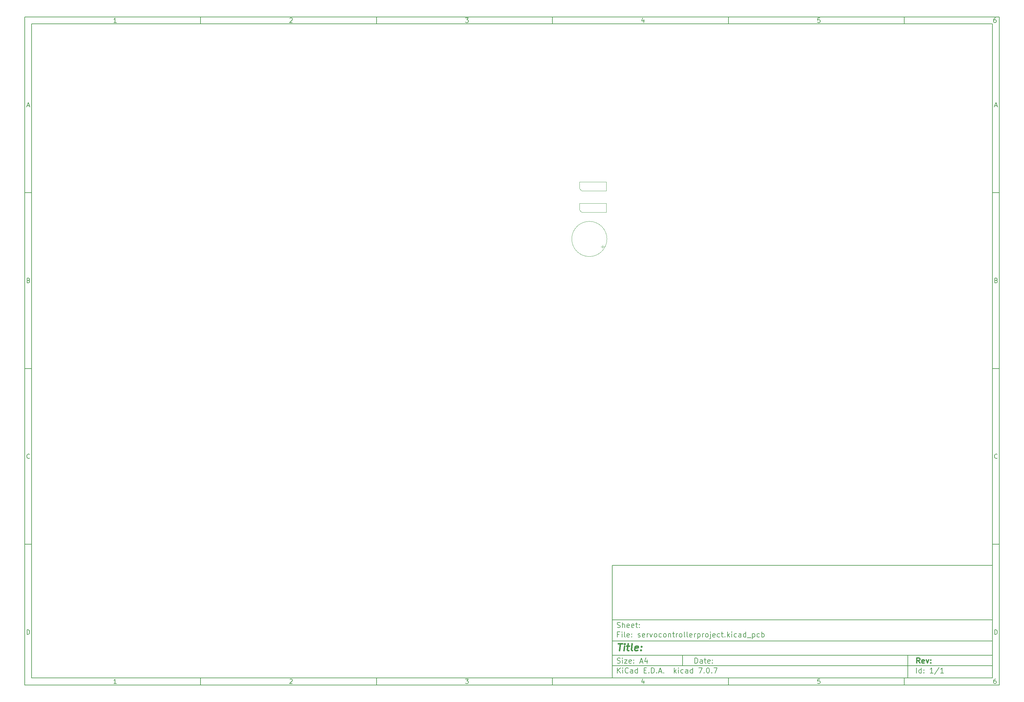
<source format=gbr>
%TF.GenerationSoftware,KiCad,Pcbnew,7.0.7*%
%TF.CreationDate,2024-02-01T17:54:51-08:00*%
%TF.ProjectId,servocontrollerproject,73657276-6f63-46f6-9e74-726f6c6c6572,rev?*%
%TF.SameCoordinates,Original*%
%TF.FileFunction,Paste,Bot*%
%TF.FilePolarity,Positive*%
%FSLAX46Y46*%
G04 Gerber Fmt 4.6, Leading zero omitted, Abs format (unit mm)*
G04 Created by KiCad (PCBNEW 7.0.7) date 2024-02-01 17:54:51*
%MOMM*%
%LPD*%
G01*
G04 APERTURE LIST*
%ADD10C,0.100000*%
%ADD11C,0.150000*%
%ADD12C,0.300000*%
%ADD13C,0.400000*%
G04 APERTURE END LIST*
D10*
D11*
X177002200Y-166007200D02*
X285002200Y-166007200D01*
X285002200Y-198007200D01*
X177002200Y-198007200D01*
X177002200Y-166007200D01*
D10*
D11*
X10000000Y-10000000D02*
X287002200Y-10000000D01*
X287002200Y-200007200D01*
X10000000Y-200007200D01*
X10000000Y-10000000D01*
D10*
D11*
X12000000Y-12000000D02*
X285002200Y-12000000D01*
X285002200Y-198007200D01*
X12000000Y-198007200D01*
X12000000Y-12000000D01*
D10*
D11*
X60000000Y-12000000D02*
X60000000Y-10000000D01*
D10*
D11*
X110000000Y-12000000D02*
X110000000Y-10000000D01*
D10*
D11*
X160000000Y-12000000D02*
X160000000Y-10000000D01*
D10*
D11*
X210000000Y-12000000D02*
X210000000Y-10000000D01*
D10*
D11*
X260000000Y-12000000D02*
X260000000Y-10000000D01*
D10*
D11*
X36089160Y-11593604D02*
X35346303Y-11593604D01*
X35717731Y-11593604D02*
X35717731Y-10293604D01*
X35717731Y-10293604D02*
X35593922Y-10479319D01*
X35593922Y-10479319D02*
X35470112Y-10603128D01*
X35470112Y-10603128D02*
X35346303Y-10665033D01*
D10*
D11*
X85346303Y-10417414D02*
X85408207Y-10355509D01*
X85408207Y-10355509D02*
X85532017Y-10293604D01*
X85532017Y-10293604D02*
X85841541Y-10293604D01*
X85841541Y-10293604D02*
X85965350Y-10355509D01*
X85965350Y-10355509D02*
X86027255Y-10417414D01*
X86027255Y-10417414D02*
X86089160Y-10541223D01*
X86089160Y-10541223D02*
X86089160Y-10665033D01*
X86089160Y-10665033D02*
X86027255Y-10850747D01*
X86027255Y-10850747D02*
X85284398Y-11593604D01*
X85284398Y-11593604D02*
X86089160Y-11593604D01*
D10*
D11*
X135284398Y-10293604D02*
X136089160Y-10293604D01*
X136089160Y-10293604D02*
X135655826Y-10788842D01*
X135655826Y-10788842D02*
X135841541Y-10788842D01*
X135841541Y-10788842D02*
X135965350Y-10850747D01*
X135965350Y-10850747D02*
X136027255Y-10912652D01*
X136027255Y-10912652D02*
X136089160Y-11036461D01*
X136089160Y-11036461D02*
X136089160Y-11345985D01*
X136089160Y-11345985D02*
X136027255Y-11469795D01*
X136027255Y-11469795D02*
X135965350Y-11531700D01*
X135965350Y-11531700D02*
X135841541Y-11593604D01*
X135841541Y-11593604D02*
X135470112Y-11593604D01*
X135470112Y-11593604D02*
X135346303Y-11531700D01*
X135346303Y-11531700D02*
X135284398Y-11469795D01*
D10*
D11*
X185965350Y-10726938D02*
X185965350Y-11593604D01*
X185655826Y-10231700D02*
X185346303Y-11160271D01*
X185346303Y-11160271D02*
X186151064Y-11160271D01*
D10*
D11*
X236027255Y-10293604D02*
X235408207Y-10293604D01*
X235408207Y-10293604D02*
X235346303Y-10912652D01*
X235346303Y-10912652D02*
X235408207Y-10850747D01*
X235408207Y-10850747D02*
X235532017Y-10788842D01*
X235532017Y-10788842D02*
X235841541Y-10788842D01*
X235841541Y-10788842D02*
X235965350Y-10850747D01*
X235965350Y-10850747D02*
X236027255Y-10912652D01*
X236027255Y-10912652D02*
X236089160Y-11036461D01*
X236089160Y-11036461D02*
X236089160Y-11345985D01*
X236089160Y-11345985D02*
X236027255Y-11469795D01*
X236027255Y-11469795D02*
X235965350Y-11531700D01*
X235965350Y-11531700D02*
X235841541Y-11593604D01*
X235841541Y-11593604D02*
X235532017Y-11593604D01*
X235532017Y-11593604D02*
X235408207Y-11531700D01*
X235408207Y-11531700D02*
X235346303Y-11469795D01*
D10*
D11*
X285965350Y-10293604D02*
X285717731Y-10293604D01*
X285717731Y-10293604D02*
X285593922Y-10355509D01*
X285593922Y-10355509D02*
X285532017Y-10417414D01*
X285532017Y-10417414D02*
X285408207Y-10603128D01*
X285408207Y-10603128D02*
X285346303Y-10850747D01*
X285346303Y-10850747D02*
X285346303Y-11345985D01*
X285346303Y-11345985D02*
X285408207Y-11469795D01*
X285408207Y-11469795D02*
X285470112Y-11531700D01*
X285470112Y-11531700D02*
X285593922Y-11593604D01*
X285593922Y-11593604D02*
X285841541Y-11593604D01*
X285841541Y-11593604D02*
X285965350Y-11531700D01*
X285965350Y-11531700D02*
X286027255Y-11469795D01*
X286027255Y-11469795D02*
X286089160Y-11345985D01*
X286089160Y-11345985D02*
X286089160Y-11036461D01*
X286089160Y-11036461D02*
X286027255Y-10912652D01*
X286027255Y-10912652D02*
X285965350Y-10850747D01*
X285965350Y-10850747D02*
X285841541Y-10788842D01*
X285841541Y-10788842D02*
X285593922Y-10788842D01*
X285593922Y-10788842D02*
X285470112Y-10850747D01*
X285470112Y-10850747D02*
X285408207Y-10912652D01*
X285408207Y-10912652D02*
X285346303Y-11036461D01*
D10*
D11*
X60000000Y-198007200D02*
X60000000Y-200007200D01*
D10*
D11*
X110000000Y-198007200D02*
X110000000Y-200007200D01*
D10*
D11*
X160000000Y-198007200D02*
X160000000Y-200007200D01*
D10*
D11*
X210000000Y-198007200D02*
X210000000Y-200007200D01*
D10*
D11*
X260000000Y-198007200D02*
X260000000Y-200007200D01*
D10*
D11*
X36089160Y-199600804D02*
X35346303Y-199600804D01*
X35717731Y-199600804D02*
X35717731Y-198300804D01*
X35717731Y-198300804D02*
X35593922Y-198486519D01*
X35593922Y-198486519D02*
X35470112Y-198610328D01*
X35470112Y-198610328D02*
X35346303Y-198672233D01*
D10*
D11*
X85346303Y-198424614D02*
X85408207Y-198362709D01*
X85408207Y-198362709D02*
X85532017Y-198300804D01*
X85532017Y-198300804D02*
X85841541Y-198300804D01*
X85841541Y-198300804D02*
X85965350Y-198362709D01*
X85965350Y-198362709D02*
X86027255Y-198424614D01*
X86027255Y-198424614D02*
X86089160Y-198548423D01*
X86089160Y-198548423D02*
X86089160Y-198672233D01*
X86089160Y-198672233D02*
X86027255Y-198857947D01*
X86027255Y-198857947D02*
X85284398Y-199600804D01*
X85284398Y-199600804D02*
X86089160Y-199600804D01*
D10*
D11*
X135284398Y-198300804D02*
X136089160Y-198300804D01*
X136089160Y-198300804D02*
X135655826Y-198796042D01*
X135655826Y-198796042D02*
X135841541Y-198796042D01*
X135841541Y-198796042D02*
X135965350Y-198857947D01*
X135965350Y-198857947D02*
X136027255Y-198919852D01*
X136027255Y-198919852D02*
X136089160Y-199043661D01*
X136089160Y-199043661D02*
X136089160Y-199353185D01*
X136089160Y-199353185D02*
X136027255Y-199476995D01*
X136027255Y-199476995D02*
X135965350Y-199538900D01*
X135965350Y-199538900D02*
X135841541Y-199600804D01*
X135841541Y-199600804D02*
X135470112Y-199600804D01*
X135470112Y-199600804D02*
X135346303Y-199538900D01*
X135346303Y-199538900D02*
X135284398Y-199476995D01*
D10*
D11*
X185965350Y-198734138D02*
X185965350Y-199600804D01*
X185655826Y-198238900D02*
X185346303Y-199167471D01*
X185346303Y-199167471D02*
X186151064Y-199167471D01*
D10*
D11*
X236027255Y-198300804D02*
X235408207Y-198300804D01*
X235408207Y-198300804D02*
X235346303Y-198919852D01*
X235346303Y-198919852D02*
X235408207Y-198857947D01*
X235408207Y-198857947D02*
X235532017Y-198796042D01*
X235532017Y-198796042D02*
X235841541Y-198796042D01*
X235841541Y-198796042D02*
X235965350Y-198857947D01*
X235965350Y-198857947D02*
X236027255Y-198919852D01*
X236027255Y-198919852D02*
X236089160Y-199043661D01*
X236089160Y-199043661D02*
X236089160Y-199353185D01*
X236089160Y-199353185D02*
X236027255Y-199476995D01*
X236027255Y-199476995D02*
X235965350Y-199538900D01*
X235965350Y-199538900D02*
X235841541Y-199600804D01*
X235841541Y-199600804D02*
X235532017Y-199600804D01*
X235532017Y-199600804D02*
X235408207Y-199538900D01*
X235408207Y-199538900D02*
X235346303Y-199476995D01*
D10*
D11*
X285965350Y-198300804D02*
X285717731Y-198300804D01*
X285717731Y-198300804D02*
X285593922Y-198362709D01*
X285593922Y-198362709D02*
X285532017Y-198424614D01*
X285532017Y-198424614D02*
X285408207Y-198610328D01*
X285408207Y-198610328D02*
X285346303Y-198857947D01*
X285346303Y-198857947D02*
X285346303Y-199353185D01*
X285346303Y-199353185D02*
X285408207Y-199476995D01*
X285408207Y-199476995D02*
X285470112Y-199538900D01*
X285470112Y-199538900D02*
X285593922Y-199600804D01*
X285593922Y-199600804D02*
X285841541Y-199600804D01*
X285841541Y-199600804D02*
X285965350Y-199538900D01*
X285965350Y-199538900D02*
X286027255Y-199476995D01*
X286027255Y-199476995D02*
X286089160Y-199353185D01*
X286089160Y-199353185D02*
X286089160Y-199043661D01*
X286089160Y-199043661D02*
X286027255Y-198919852D01*
X286027255Y-198919852D02*
X285965350Y-198857947D01*
X285965350Y-198857947D02*
X285841541Y-198796042D01*
X285841541Y-198796042D02*
X285593922Y-198796042D01*
X285593922Y-198796042D02*
X285470112Y-198857947D01*
X285470112Y-198857947D02*
X285408207Y-198919852D01*
X285408207Y-198919852D02*
X285346303Y-199043661D01*
D10*
D11*
X10000000Y-60000000D02*
X12000000Y-60000000D01*
D10*
D11*
X10000000Y-110000000D02*
X12000000Y-110000000D01*
D10*
D11*
X10000000Y-160000000D02*
X12000000Y-160000000D01*
D10*
D11*
X10690476Y-35222176D02*
X11309523Y-35222176D01*
X10566666Y-35593604D02*
X10999999Y-34293604D01*
X10999999Y-34293604D02*
X11433333Y-35593604D01*
D10*
D11*
X11092857Y-84912652D02*
X11278571Y-84974557D01*
X11278571Y-84974557D02*
X11340476Y-85036461D01*
X11340476Y-85036461D02*
X11402380Y-85160271D01*
X11402380Y-85160271D02*
X11402380Y-85345985D01*
X11402380Y-85345985D02*
X11340476Y-85469795D01*
X11340476Y-85469795D02*
X11278571Y-85531700D01*
X11278571Y-85531700D02*
X11154761Y-85593604D01*
X11154761Y-85593604D02*
X10659523Y-85593604D01*
X10659523Y-85593604D02*
X10659523Y-84293604D01*
X10659523Y-84293604D02*
X11092857Y-84293604D01*
X11092857Y-84293604D02*
X11216666Y-84355509D01*
X11216666Y-84355509D02*
X11278571Y-84417414D01*
X11278571Y-84417414D02*
X11340476Y-84541223D01*
X11340476Y-84541223D02*
X11340476Y-84665033D01*
X11340476Y-84665033D02*
X11278571Y-84788842D01*
X11278571Y-84788842D02*
X11216666Y-84850747D01*
X11216666Y-84850747D02*
X11092857Y-84912652D01*
X11092857Y-84912652D02*
X10659523Y-84912652D01*
D10*
D11*
X11402380Y-135469795D02*
X11340476Y-135531700D01*
X11340476Y-135531700D02*
X11154761Y-135593604D01*
X11154761Y-135593604D02*
X11030952Y-135593604D01*
X11030952Y-135593604D02*
X10845238Y-135531700D01*
X10845238Y-135531700D02*
X10721428Y-135407890D01*
X10721428Y-135407890D02*
X10659523Y-135284080D01*
X10659523Y-135284080D02*
X10597619Y-135036461D01*
X10597619Y-135036461D02*
X10597619Y-134850747D01*
X10597619Y-134850747D02*
X10659523Y-134603128D01*
X10659523Y-134603128D02*
X10721428Y-134479319D01*
X10721428Y-134479319D02*
X10845238Y-134355509D01*
X10845238Y-134355509D02*
X11030952Y-134293604D01*
X11030952Y-134293604D02*
X11154761Y-134293604D01*
X11154761Y-134293604D02*
X11340476Y-134355509D01*
X11340476Y-134355509D02*
X11402380Y-134417414D01*
D10*
D11*
X10659523Y-185593604D02*
X10659523Y-184293604D01*
X10659523Y-184293604D02*
X10969047Y-184293604D01*
X10969047Y-184293604D02*
X11154761Y-184355509D01*
X11154761Y-184355509D02*
X11278571Y-184479319D01*
X11278571Y-184479319D02*
X11340476Y-184603128D01*
X11340476Y-184603128D02*
X11402380Y-184850747D01*
X11402380Y-184850747D02*
X11402380Y-185036461D01*
X11402380Y-185036461D02*
X11340476Y-185284080D01*
X11340476Y-185284080D02*
X11278571Y-185407890D01*
X11278571Y-185407890D02*
X11154761Y-185531700D01*
X11154761Y-185531700D02*
X10969047Y-185593604D01*
X10969047Y-185593604D02*
X10659523Y-185593604D01*
D10*
D11*
X287002200Y-60000000D02*
X285002200Y-60000000D01*
D10*
D11*
X287002200Y-110000000D02*
X285002200Y-110000000D01*
D10*
D11*
X287002200Y-160000000D02*
X285002200Y-160000000D01*
D10*
D11*
X285692676Y-35222176D02*
X286311723Y-35222176D01*
X285568866Y-35593604D02*
X286002199Y-34293604D01*
X286002199Y-34293604D02*
X286435533Y-35593604D01*
D10*
D11*
X286095057Y-84912652D02*
X286280771Y-84974557D01*
X286280771Y-84974557D02*
X286342676Y-85036461D01*
X286342676Y-85036461D02*
X286404580Y-85160271D01*
X286404580Y-85160271D02*
X286404580Y-85345985D01*
X286404580Y-85345985D02*
X286342676Y-85469795D01*
X286342676Y-85469795D02*
X286280771Y-85531700D01*
X286280771Y-85531700D02*
X286156961Y-85593604D01*
X286156961Y-85593604D02*
X285661723Y-85593604D01*
X285661723Y-85593604D02*
X285661723Y-84293604D01*
X285661723Y-84293604D02*
X286095057Y-84293604D01*
X286095057Y-84293604D02*
X286218866Y-84355509D01*
X286218866Y-84355509D02*
X286280771Y-84417414D01*
X286280771Y-84417414D02*
X286342676Y-84541223D01*
X286342676Y-84541223D02*
X286342676Y-84665033D01*
X286342676Y-84665033D02*
X286280771Y-84788842D01*
X286280771Y-84788842D02*
X286218866Y-84850747D01*
X286218866Y-84850747D02*
X286095057Y-84912652D01*
X286095057Y-84912652D02*
X285661723Y-84912652D01*
D10*
D11*
X286404580Y-135469795D02*
X286342676Y-135531700D01*
X286342676Y-135531700D02*
X286156961Y-135593604D01*
X286156961Y-135593604D02*
X286033152Y-135593604D01*
X286033152Y-135593604D02*
X285847438Y-135531700D01*
X285847438Y-135531700D02*
X285723628Y-135407890D01*
X285723628Y-135407890D02*
X285661723Y-135284080D01*
X285661723Y-135284080D02*
X285599819Y-135036461D01*
X285599819Y-135036461D02*
X285599819Y-134850747D01*
X285599819Y-134850747D02*
X285661723Y-134603128D01*
X285661723Y-134603128D02*
X285723628Y-134479319D01*
X285723628Y-134479319D02*
X285847438Y-134355509D01*
X285847438Y-134355509D02*
X286033152Y-134293604D01*
X286033152Y-134293604D02*
X286156961Y-134293604D01*
X286156961Y-134293604D02*
X286342676Y-134355509D01*
X286342676Y-134355509D02*
X286404580Y-134417414D01*
D10*
D11*
X285661723Y-185593604D02*
X285661723Y-184293604D01*
X285661723Y-184293604D02*
X285971247Y-184293604D01*
X285971247Y-184293604D02*
X286156961Y-184355509D01*
X286156961Y-184355509D02*
X286280771Y-184479319D01*
X286280771Y-184479319D02*
X286342676Y-184603128D01*
X286342676Y-184603128D02*
X286404580Y-184850747D01*
X286404580Y-184850747D02*
X286404580Y-185036461D01*
X286404580Y-185036461D02*
X286342676Y-185284080D01*
X286342676Y-185284080D02*
X286280771Y-185407890D01*
X286280771Y-185407890D02*
X286156961Y-185531700D01*
X286156961Y-185531700D02*
X285971247Y-185593604D01*
X285971247Y-185593604D02*
X285661723Y-185593604D01*
D10*
D11*
X200458026Y-193793328D02*
X200458026Y-192293328D01*
X200458026Y-192293328D02*
X200815169Y-192293328D01*
X200815169Y-192293328D02*
X201029455Y-192364757D01*
X201029455Y-192364757D02*
X201172312Y-192507614D01*
X201172312Y-192507614D02*
X201243741Y-192650471D01*
X201243741Y-192650471D02*
X201315169Y-192936185D01*
X201315169Y-192936185D02*
X201315169Y-193150471D01*
X201315169Y-193150471D02*
X201243741Y-193436185D01*
X201243741Y-193436185D02*
X201172312Y-193579042D01*
X201172312Y-193579042D02*
X201029455Y-193721900D01*
X201029455Y-193721900D02*
X200815169Y-193793328D01*
X200815169Y-193793328D02*
X200458026Y-193793328D01*
X202600884Y-193793328D02*
X202600884Y-193007614D01*
X202600884Y-193007614D02*
X202529455Y-192864757D01*
X202529455Y-192864757D02*
X202386598Y-192793328D01*
X202386598Y-192793328D02*
X202100884Y-192793328D01*
X202100884Y-192793328D02*
X201958026Y-192864757D01*
X202600884Y-193721900D02*
X202458026Y-193793328D01*
X202458026Y-193793328D02*
X202100884Y-193793328D01*
X202100884Y-193793328D02*
X201958026Y-193721900D01*
X201958026Y-193721900D02*
X201886598Y-193579042D01*
X201886598Y-193579042D02*
X201886598Y-193436185D01*
X201886598Y-193436185D02*
X201958026Y-193293328D01*
X201958026Y-193293328D02*
X202100884Y-193221900D01*
X202100884Y-193221900D02*
X202458026Y-193221900D01*
X202458026Y-193221900D02*
X202600884Y-193150471D01*
X203100884Y-192793328D02*
X203672312Y-192793328D01*
X203315169Y-192293328D02*
X203315169Y-193579042D01*
X203315169Y-193579042D02*
X203386598Y-193721900D01*
X203386598Y-193721900D02*
X203529455Y-193793328D01*
X203529455Y-193793328D02*
X203672312Y-193793328D01*
X204743741Y-193721900D02*
X204600884Y-193793328D01*
X204600884Y-193793328D02*
X204315170Y-193793328D01*
X204315170Y-193793328D02*
X204172312Y-193721900D01*
X204172312Y-193721900D02*
X204100884Y-193579042D01*
X204100884Y-193579042D02*
X204100884Y-193007614D01*
X204100884Y-193007614D02*
X204172312Y-192864757D01*
X204172312Y-192864757D02*
X204315170Y-192793328D01*
X204315170Y-192793328D02*
X204600884Y-192793328D01*
X204600884Y-192793328D02*
X204743741Y-192864757D01*
X204743741Y-192864757D02*
X204815170Y-193007614D01*
X204815170Y-193007614D02*
X204815170Y-193150471D01*
X204815170Y-193150471D02*
X204100884Y-193293328D01*
X205458026Y-193650471D02*
X205529455Y-193721900D01*
X205529455Y-193721900D02*
X205458026Y-193793328D01*
X205458026Y-193793328D02*
X205386598Y-193721900D01*
X205386598Y-193721900D02*
X205458026Y-193650471D01*
X205458026Y-193650471D02*
X205458026Y-193793328D01*
X205458026Y-192864757D02*
X205529455Y-192936185D01*
X205529455Y-192936185D02*
X205458026Y-193007614D01*
X205458026Y-193007614D02*
X205386598Y-192936185D01*
X205386598Y-192936185D02*
X205458026Y-192864757D01*
X205458026Y-192864757D02*
X205458026Y-193007614D01*
D10*
D11*
X177002200Y-194507200D02*
X285002200Y-194507200D01*
D10*
D11*
X178458026Y-196593328D02*
X178458026Y-195093328D01*
X179315169Y-196593328D02*
X178672312Y-195736185D01*
X179315169Y-195093328D02*
X178458026Y-195950471D01*
X179958026Y-196593328D02*
X179958026Y-195593328D01*
X179958026Y-195093328D02*
X179886598Y-195164757D01*
X179886598Y-195164757D02*
X179958026Y-195236185D01*
X179958026Y-195236185D02*
X180029455Y-195164757D01*
X180029455Y-195164757D02*
X179958026Y-195093328D01*
X179958026Y-195093328D02*
X179958026Y-195236185D01*
X181529455Y-196450471D02*
X181458027Y-196521900D01*
X181458027Y-196521900D02*
X181243741Y-196593328D01*
X181243741Y-196593328D02*
X181100884Y-196593328D01*
X181100884Y-196593328D02*
X180886598Y-196521900D01*
X180886598Y-196521900D02*
X180743741Y-196379042D01*
X180743741Y-196379042D02*
X180672312Y-196236185D01*
X180672312Y-196236185D02*
X180600884Y-195950471D01*
X180600884Y-195950471D02*
X180600884Y-195736185D01*
X180600884Y-195736185D02*
X180672312Y-195450471D01*
X180672312Y-195450471D02*
X180743741Y-195307614D01*
X180743741Y-195307614D02*
X180886598Y-195164757D01*
X180886598Y-195164757D02*
X181100884Y-195093328D01*
X181100884Y-195093328D02*
X181243741Y-195093328D01*
X181243741Y-195093328D02*
X181458027Y-195164757D01*
X181458027Y-195164757D02*
X181529455Y-195236185D01*
X182815170Y-196593328D02*
X182815170Y-195807614D01*
X182815170Y-195807614D02*
X182743741Y-195664757D01*
X182743741Y-195664757D02*
X182600884Y-195593328D01*
X182600884Y-195593328D02*
X182315170Y-195593328D01*
X182315170Y-195593328D02*
X182172312Y-195664757D01*
X182815170Y-196521900D02*
X182672312Y-196593328D01*
X182672312Y-196593328D02*
X182315170Y-196593328D01*
X182315170Y-196593328D02*
X182172312Y-196521900D01*
X182172312Y-196521900D02*
X182100884Y-196379042D01*
X182100884Y-196379042D02*
X182100884Y-196236185D01*
X182100884Y-196236185D02*
X182172312Y-196093328D01*
X182172312Y-196093328D02*
X182315170Y-196021900D01*
X182315170Y-196021900D02*
X182672312Y-196021900D01*
X182672312Y-196021900D02*
X182815170Y-195950471D01*
X184172313Y-196593328D02*
X184172313Y-195093328D01*
X184172313Y-196521900D02*
X184029455Y-196593328D01*
X184029455Y-196593328D02*
X183743741Y-196593328D01*
X183743741Y-196593328D02*
X183600884Y-196521900D01*
X183600884Y-196521900D02*
X183529455Y-196450471D01*
X183529455Y-196450471D02*
X183458027Y-196307614D01*
X183458027Y-196307614D02*
X183458027Y-195879042D01*
X183458027Y-195879042D02*
X183529455Y-195736185D01*
X183529455Y-195736185D02*
X183600884Y-195664757D01*
X183600884Y-195664757D02*
X183743741Y-195593328D01*
X183743741Y-195593328D02*
X184029455Y-195593328D01*
X184029455Y-195593328D02*
X184172313Y-195664757D01*
X186029455Y-195807614D02*
X186529455Y-195807614D01*
X186743741Y-196593328D02*
X186029455Y-196593328D01*
X186029455Y-196593328D02*
X186029455Y-195093328D01*
X186029455Y-195093328D02*
X186743741Y-195093328D01*
X187386598Y-196450471D02*
X187458027Y-196521900D01*
X187458027Y-196521900D02*
X187386598Y-196593328D01*
X187386598Y-196593328D02*
X187315170Y-196521900D01*
X187315170Y-196521900D02*
X187386598Y-196450471D01*
X187386598Y-196450471D02*
X187386598Y-196593328D01*
X188100884Y-196593328D02*
X188100884Y-195093328D01*
X188100884Y-195093328D02*
X188458027Y-195093328D01*
X188458027Y-195093328D02*
X188672313Y-195164757D01*
X188672313Y-195164757D02*
X188815170Y-195307614D01*
X188815170Y-195307614D02*
X188886599Y-195450471D01*
X188886599Y-195450471D02*
X188958027Y-195736185D01*
X188958027Y-195736185D02*
X188958027Y-195950471D01*
X188958027Y-195950471D02*
X188886599Y-196236185D01*
X188886599Y-196236185D02*
X188815170Y-196379042D01*
X188815170Y-196379042D02*
X188672313Y-196521900D01*
X188672313Y-196521900D02*
X188458027Y-196593328D01*
X188458027Y-196593328D02*
X188100884Y-196593328D01*
X189600884Y-196450471D02*
X189672313Y-196521900D01*
X189672313Y-196521900D02*
X189600884Y-196593328D01*
X189600884Y-196593328D02*
X189529456Y-196521900D01*
X189529456Y-196521900D02*
X189600884Y-196450471D01*
X189600884Y-196450471D02*
X189600884Y-196593328D01*
X190243742Y-196164757D02*
X190958028Y-196164757D01*
X190100885Y-196593328D02*
X190600885Y-195093328D01*
X190600885Y-195093328D02*
X191100885Y-196593328D01*
X191600884Y-196450471D02*
X191672313Y-196521900D01*
X191672313Y-196521900D02*
X191600884Y-196593328D01*
X191600884Y-196593328D02*
X191529456Y-196521900D01*
X191529456Y-196521900D02*
X191600884Y-196450471D01*
X191600884Y-196450471D02*
X191600884Y-196593328D01*
X194600884Y-196593328D02*
X194600884Y-195093328D01*
X194743742Y-196021900D02*
X195172313Y-196593328D01*
X195172313Y-195593328D02*
X194600884Y-196164757D01*
X195815170Y-196593328D02*
X195815170Y-195593328D01*
X195815170Y-195093328D02*
X195743742Y-195164757D01*
X195743742Y-195164757D02*
X195815170Y-195236185D01*
X195815170Y-195236185D02*
X195886599Y-195164757D01*
X195886599Y-195164757D02*
X195815170Y-195093328D01*
X195815170Y-195093328D02*
X195815170Y-195236185D01*
X197172314Y-196521900D02*
X197029456Y-196593328D01*
X197029456Y-196593328D02*
X196743742Y-196593328D01*
X196743742Y-196593328D02*
X196600885Y-196521900D01*
X196600885Y-196521900D02*
X196529456Y-196450471D01*
X196529456Y-196450471D02*
X196458028Y-196307614D01*
X196458028Y-196307614D02*
X196458028Y-195879042D01*
X196458028Y-195879042D02*
X196529456Y-195736185D01*
X196529456Y-195736185D02*
X196600885Y-195664757D01*
X196600885Y-195664757D02*
X196743742Y-195593328D01*
X196743742Y-195593328D02*
X197029456Y-195593328D01*
X197029456Y-195593328D02*
X197172314Y-195664757D01*
X198458028Y-196593328D02*
X198458028Y-195807614D01*
X198458028Y-195807614D02*
X198386599Y-195664757D01*
X198386599Y-195664757D02*
X198243742Y-195593328D01*
X198243742Y-195593328D02*
X197958028Y-195593328D01*
X197958028Y-195593328D02*
X197815170Y-195664757D01*
X198458028Y-196521900D02*
X198315170Y-196593328D01*
X198315170Y-196593328D02*
X197958028Y-196593328D01*
X197958028Y-196593328D02*
X197815170Y-196521900D01*
X197815170Y-196521900D02*
X197743742Y-196379042D01*
X197743742Y-196379042D02*
X197743742Y-196236185D01*
X197743742Y-196236185D02*
X197815170Y-196093328D01*
X197815170Y-196093328D02*
X197958028Y-196021900D01*
X197958028Y-196021900D02*
X198315170Y-196021900D01*
X198315170Y-196021900D02*
X198458028Y-195950471D01*
X199815171Y-196593328D02*
X199815171Y-195093328D01*
X199815171Y-196521900D02*
X199672313Y-196593328D01*
X199672313Y-196593328D02*
X199386599Y-196593328D01*
X199386599Y-196593328D02*
X199243742Y-196521900D01*
X199243742Y-196521900D02*
X199172313Y-196450471D01*
X199172313Y-196450471D02*
X199100885Y-196307614D01*
X199100885Y-196307614D02*
X199100885Y-195879042D01*
X199100885Y-195879042D02*
X199172313Y-195736185D01*
X199172313Y-195736185D02*
X199243742Y-195664757D01*
X199243742Y-195664757D02*
X199386599Y-195593328D01*
X199386599Y-195593328D02*
X199672313Y-195593328D01*
X199672313Y-195593328D02*
X199815171Y-195664757D01*
X201529456Y-195093328D02*
X202529456Y-195093328D01*
X202529456Y-195093328D02*
X201886599Y-196593328D01*
X203100884Y-196450471D02*
X203172313Y-196521900D01*
X203172313Y-196521900D02*
X203100884Y-196593328D01*
X203100884Y-196593328D02*
X203029456Y-196521900D01*
X203029456Y-196521900D02*
X203100884Y-196450471D01*
X203100884Y-196450471D02*
X203100884Y-196593328D01*
X204100885Y-195093328D02*
X204243742Y-195093328D01*
X204243742Y-195093328D02*
X204386599Y-195164757D01*
X204386599Y-195164757D02*
X204458028Y-195236185D01*
X204458028Y-195236185D02*
X204529456Y-195379042D01*
X204529456Y-195379042D02*
X204600885Y-195664757D01*
X204600885Y-195664757D02*
X204600885Y-196021900D01*
X204600885Y-196021900D02*
X204529456Y-196307614D01*
X204529456Y-196307614D02*
X204458028Y-196450471D01*
X204458028Y-196450471D02*
X204386599Y-196521900D01*
X204386599Y-196521900D02*
X204243742Y-196593328D01*
X204243742Y-196593328D02*
X204100885Y-196593328D01*
X204100885Y-196593328D02*
X203958028Y-196521900D01*
X203958028Y-196521900D02*
X203886599Y-196450471D01*
X203886599Y-196450471D02*
X203815170Y-196307614D01*
X203815170Y-196307614D02*
X203743742Y-196021900D01*
X203743742Y-196021900D02*
X203743742Y-195664757D01*
X203743742Y-195664757D02*
X203815170Y-195379042D01*
X203815170Y-195379042D02*
X203886599Y-195236185D01*
X203886599Y-195236185D02*
X203958028Y-195164757D01*
X203958028Y-195164757D02*
X204100885Y-195093328D01*
X205243741Y-196450471D02*
X205315170Y-196521900D01*
X205315170Y-196521900D02*
X205243741Y-196593328D01*
X205243741Y-196593328D02*
X205172313Y-196521900D01*
X205172313Y-196521900D02*
X205243741Y-196450471D01*
X205243741Y-196450471D02*
X205243741Y-196593328D01*
X205815170Y-195093328D02*
X206815170Y-195093328D01*
X206815170Y-195093328D02*
X206172313Y-196593328D01*
D10*
D11*
X177002200Y-191507200D02*
X285002200Y-191507200D01*
D10*
D12*
X264413853Y-193785528D02*
X263913853Y-193071242D01*
X263556710Y-193785528D02*
X263556710Y-192285528D01*
X263556710Y-192285528D02*
X264128139Y-192285528D01*
X264128139Y-192285528D02*
X264270996Y-192356957D01*
X264270996Y-192356957D02*
X264342425Y-192428385D01*
X264342425Y-192428385D02*
X264413853Y-192571242D01*
X264413853Y-192571242D02*
X264413853Y-192785528D01*
X264413853Y-192785528D02*
X264342425Y-192928385D01*
X264342425Y-192928385D02*
X264270996Y-192999814D01*
X264270996Y-192999814D02*
X264128139Y-193071242D01*
X264128139Y-193071242D02*
X263556710Y-193071242D01*
X265628139Y-193714100D02*
X265485282Y-193785528D01*
X265485282Y-193785528D02*
X265199568Y-193785528D01*
X265199568Y-193785528D02*
X265056710Y-193714100D01*
X265056710Y-193714100D02*
X264985282Y-193571242D01*
X264985282Y-193571242D02*
X264985282Y-192999814D01*
X264985282Y-192999814D02*
X265056710Y-192856957D01*
X265056710Y-192856957D02*
X265199568Y-192785528D01*
X265199568Y-192785528D02*
X265485282Y-192785528D01*
X265485282Y-192785528D02*
X265628139Y-192856957D01*
X265628139Y-192856957D02*
X265699568Y-192999814D01*
X265699568Y-192999814D02*
X265699568Y-193142671D01*
X265699568Y-193142671D02*
X264985282Y-193285528D01*
X266199567Y-192785528D02*
X266556710Y-193785528D01*
X266556710Y-193785528D02*
X266913853Y-192785528D01*
X267485281Y-193642671D02*
X267556710Y-193714100D01*
X267556710Y-193714100D02*
X267485281Y-193785528D01*
X267485281Y-193785528D02*
X267413853Y-193714100D01*
X267413853Y-193714100D02*
X267485281Y-193642671D01*
X267485281Y-193642671D02*
X267485281Y-193785528D01*
X267485281Y-192856957D02*
X267556710Y-192928385D01*
X267556710Y-192928385D02*
X267485281Y-192999814D01*
X267485281Y-192999814D02*
X267413853Y-192928385D01*
X267413853Y-192928385D02*
X267485281Y-192856957D01*
X267485281Y-192856957D02*
X267485281Y-192999814D01*
D10*
D11*
X178386598Y-193721900D02*
X178600884Y-193793328D01*
X178600884Y-193793328D02*
X178958026Y-193793328D01*
X178958026Y-193793328D02*
X179100884Y-193721900D01*
X179100884Y-193721900D02*
X179172312Y-193650471D01*
X179172312Y-193650471D02*
X179243741Y-193507614D01*
X179243741Y-193507614D02*
X179243741Y-193364757D01*
X179243741Y-193364757D02*
X179172312Y-193221900D01*
X179172312Y-193221900D02*
X179100884Y-193150471D01*
X179100884Y-193150471D02*
X178958026Y-193079042D01*
X178958026Y-193079042D02*
X178672312Y-193007614D01*
X178672312Y-193007614D02*
X178529455Y-192936185D01*
X178529455Y-192936185D02*
X178458026Y-192864757D01*
X178458026Y-192864757D02*
X178386598Y-192721900D01*
X178386598Y-192721900D02*
X178386598Y-192579042D01*
X178386598Y-192579042D02*
X178458026Y-192436185D01*
X178458026Y-192436185D02*
X178529455Y-192364757D01*
X178529455Y-192364757D02*
X178672312Y-192293328D01*
X178672312Y-192293328D02*
X179029455Y-192293328D01*
X179029455Y-192293328D02*
X179243741Y-192364757D01*
X179886597Y-193793328D02*
X179886597Y-192793328D01*
X179886597Y-192293328D02*
X179815169Y-192364757D01*
X179815169Y-192364757D02*
X179886597Y-192436185D01*
X179886597Y-192436185D02*
X179958026Y-192364757D01*
X179958026Y-192364757D02*
X179886597Y-192293328D01*
X179886597Y-192293328D02*
X179886597Y-192436185D01*
X180458026Y-192793328D02*
X181243741Y-192793328D01*
X181243741Y-192793328D02*
X180458026Y-193793328D01*
X180458026Y-193793328D02*
X181243741Y-193793328D01*
X182386598Y-193721900D02*
X182243741Y-193793328D01*
X182243741Y-193793328D02*
X181958027Y-193793328D01*
X181958027Y-193793328D02*
X181815169Y-193721900D01*
X181815169Y-193721900D02*
X181743741Y-193579042D01*
X181743741Y-193579042D02*
X181743741Y-193007614D01*
X181743741Y-193007614D02*
X181815169Y-192864757D01*
X181815169Y-192864757D02*
X181958027Y-192793328D01*
X181958027Y-192793328D02*
X182243741Y-192793328D01*
X182243741Y-192793328D02*
X182386598Y-192864757D01*
X182386598Y-192864757D02*
X182458027Y-193007614D01*
X182458027Y-193007614D02*
X182458027Y-193150471D01*
X182458027Y-193150471D02*
X181743741Y-193293328D01*
X183100883Y-193650471D02*
X183172312Y-193721900D01*
X183172312Y-193721900D02*
X183100883Y-193793328D01*
X183100883Y-193793328D02*
X183029455Y-193721900D01*
X183029455Y-193721900D02*
X183100883Y-193650471D01*
X183100883Y-193650471D02*
X183100883Y-193793328D01*
X183100883Y-192864757D02*
X183172312Y-192936185D01*
X183172312Y-192936185D02*
X183100883Y-193007614D01*
X183100883Y-193007614D02*
X183029455Y-192936185D01*
X183029455Y-192936185D02*
X183100883Y-192864757D01*
X183100883Y-192864757D02*
X183100883Y-193007614D01*
X184886598Y-193364757D02*
X185600884Y-193364757D01*
X184743741Y-193793328D02*
X185243741Y-192293328D01*
X185243741Y-192293328D02*
X185743741Y-193793328D01*
X186886598Y-192793328D02*
X186886598Y-193793328D01*
X186529455Y-192221900D02*
X186172312Y-193293328D01*
X186172312Y-193293328D02*
X187100883Y-193293328D01*
D10*
D11*
X263458026Y-196593328D02*
X263458026Y-195093328D01*
X264815170Y-196593328D02*
X264815170Y-195093328D01*
X264815170Y-196521900D02*
X264672312Y-196593328D01*
X264672312Y-196593328D02*
X264386598Y-196593328D01*
X264386598Y-196593328D02*
X264243741Y-196521900D01*
X264243741Y-196521900D02*
X264172312Y-196450471D01*
X264172312Y-196450471D02*
X264100884Y-196307614D01*
X264100884Y-196307614D02*
X264100884Y-195879042D01*
X264100884Y-195879042D02*
X264172312Y-195736185D01*
X264172312Y-195736185D02*
X264243741Y-195664757D01*
X264243741Y-195664757D02*
X264386598Y-195593328D01*
X264386598Y-195593328D02*
X264672312Y-195593328D01*
X264672312Y-195593328D02*
X264815170Y-195664757D01*
X265529455Y-196450471D02*
X265600884Y-196521900D01*
X265600884Y-196521900D02*
X265529455Y-196593328D01*
X265529455Y-196593328D02*
X265458027Y-196521900D01*
X265458027Y-196521900D02*
X265529455Y-196450471D01*
X265529455Y-196450471D02*
X265529455Y-196593328D01*
X265529455Y-195664757D02*
X265600884Y-195736185D01*
X265600884Y-195736185D02*
X265529455Y-195807614D01*
X265529455Y-195807614D02*
X265458027Y-195736185D01*
X265458027Y-195736185D02*
X265529455Y-195664757D01*
X265529455Y-195664757D02*
X265529455Y-195807614D01*
X268172313Y-196593328D02*
X267315170Y-196593328D01*
X267743741Y-196593328D02*
X267743741Y-195093328D01*
X267743741Y-195093328D02*
X267600884Y-195307614D01*
X267600884Y-195307614D02*
X267458027Y-195450471D01*
X267458027Y-195450471D02*
X267315170Y-195521900D01*
X269886598Y-195021900D02*
X268600884Y-196950471D01*
X271172313Y-196593328D02*
X270315170Y-196593328D01*
X270743741Y-196593328D02*
X270743741Y-195093328D01*
X270743741Y-195093328D02*
X270600884Y-195307614D01*
X270600884Y-195307614D02*
X270458027Y-195450471D01*
X270458027Y-195450471D02*
X270315170Y-195521900D01*
D10*
D11*
X177002200Y-187507200D02*
X285002200Y-187507200D01*
D10*
D13*
X178693928Y-188211638D02*
X179836785Y-188211638D01*
X179015357Y-190211638D02*
X179265357Y-188211638D01*
X180253452Y-190211638D02*
X180420119Y-188878304D01*
X180503452Y-188211638D02*
X180396309Y-188306876D01*
X180396309Y-188306876D02*
X180479643Y-188402114D01*
X180479643Y-188402114D02*
X180586786Y-188306876D01*
X180586786Y-188306876D02*
X180503452Y-188211638D01*
X180503452Y-188211638D02*
X180479643Y-188402114D01*
X181086786Y-188878304D02*
X181848690Y-188878304D01*
X181455833Y-188211638D02*
X181241548Y-189925923D01*
X181241548Y-189925923D02*
X181312976Y-190116400D01*
X181312976Y-190116400D02*
X181491548Y-190211638D01*
X181491548Y-190211638D02*
X181682024Y-190211638D01*
X182634405Y-190211638D02*
X182455833Y-190116400D01*
X182455833Y-190116400D02*
X182384405Y-189925923D01*
X182384405Y-189925923D02*
X182598690Y-188211638D01*
X184170119Y-190116400D02*
X183967738Y-190211638D01*
X183967738Y-190211638D02*
X183586785Y-190211638D01*
X183586785Y-190211638D02*
X183408214Y-190116400D01*
X183408214Y-190116400D02*
X183336785Y-189925923D01*
X183336785Y-189925923D02*
X183432024Y-189164019D01*
X183432024Y-189164019D02*
X183551071Y-188973542D01*
X183551071Y-188973542D02*
X183753452Y-188878304D01*
X183753452Y-188878304D02*
X184134404Y-188878304D01*
X184134404Y-188878304D02*
X184312976Y-188973542D01*
X184312976Y-188973542D02*
X184384404Y-189164019D01*
X184384404Y-189164019D02*
X184360595Y-189354495D01*
X184360595Y-189354495D02*
X183384404Y-189544971D01*
X185134405Y-190021161D02*
X185217738Y-190116400D01*
X185217738Y-190116400D02*
X185110595Y-190211638D01*
X185110595Y-190211638D02*
X185027262Y-190116400D01*
X185027262Y-190116400D02*
X185134405Y-190021161D01*
X185134405Y-190021161D02*
X185110595Y-190211638D01*
X185265357Y-188973542D02*
X185348690Y-189068780D01*
X185348690Y-189068780D02*
X185241548Y-189164019D01*
X185241548Y-189164019D02*
X185158214Y-189068780D01*
X185158214Y-189068780D02*
X185265357Y-188973542D01*
X185265357Y-188973542D02*
X185241548Y-189164019D01*
D10*
D11*
X178958026Y-185607614D02*
X178458026Y-185607614D01*
X178458026Y-186393328D02*
X178458026Y-184893328D01*
X178458026Y-184893328D02*
X179172312Y-184893328D01*
X179743740Y-186393328D02*
X179743740Y-185393328D01*
X179743740Y-184893328D02*
X179672312Y-184964757D01*
X179672312Y-184964757D02*
X179743740Y-185036185D01*
X179743740Y-185036185D02*
X179815169Y-184964757D01*
X179815169Y-184964757D02*
X179743740Y-184893328D01*
X179743740Y-184893328D02*
X179743740Y-185036185D01*
X180672312Y-186393328D02*
X180529455Y-186321900D01*
X180529455Y-186321900D02*
X180458026Y-186179042D01*
X180458026Y-186179042D02*
X180458026Y-184893328D01*
X181815169Y-186321900D02*
X181672312Y-186393328D01*
X181672312Y-186393328D02*
X181386598Y-186393328D01*
X181386598Y-186393328D02*
X181243740Y-186321900D01*
X181243740Y-186321900D02*
X181172312Y-186179042D01*
X181172312Y-186179042D02*
X181172312Y-185607614D01*
X181172312Y-185607614D02*
X181243740Y-185464757D01*
X181243740Y-185464757D02*
X181386598Y-185393328D01*
X181386598Y-185393328D02*
X181672312Y-185393328D01*
X181672312Y-185393328D02*
X181815169Y-185464757D01*
X181815169Y-185464757D02*
X181886598Y-185607614D01*
X181886598Y-185607614D02*
X181886598Y-185750471D01*
X181886598Y-185750471D02*
X181172312Y-185893328D01*
X182529454Y-186250471D02*
X182600883Y-186321900D01*
X182600883Y-186321900D02*
X182529454Y-186393328D01*
X182529454Y-186393328D02*
X182458026Y-186321900D01*
X182458026Y-186321900D02*
X182529454Y-186250471D01*
X182529454Y-186250471D02*
X182529454Y-186393328D01*
X182529454Y-185464757D02*
X182600883Y-185536185D01*
X182600883Y-185536185D02*
X182529454Y-185607614D01*
X182529454Y-185607614D02*
X182458026Y-185536185D01*
X182458026Y-185536185D02*
X182529454Y-185464757D01*
X182529454Y-185464757D02*
X182529454Y-185607614D01*
X184315169Y-186321900D02*
X184458026Y-186393328D01*
X184458026Y-186393328D02*
X184743740Y-186393328D01*
X184743740Y-186393328D02*
X184886597Y-186321900D01*
X184886597Y-186321900D02*
X184958026Y-186179042D01*
X184958026Y-186179042D02*
X184958026Y-186107614D01*
X184958026Y-186107614D02*
X184886597Y-185964757D01*
X184886597Y-185964757D02*
X184743740Y-185893328D01*
X184743740Y-185893328D02*
X184529455Y-185893328D01*
X184529455Y-185893328D02*
X184386597Y-185821900D01*
X184386597Y-185821900D02*
X184315169Y-185679042D01*
X184315169Y-185679042D02*
X184315169Y-185607614D01*
X184315169Y-185607614D02*
X184386597Y-185464757D01*
X184386597Y-185464757D02*
X184529455Y-185393328D01*
X184529455Y-185393328D02*
X184743740Y-185393328D01*
X184743740Y-185393328D02*
X184886597Y-185464757D01*
X186172312Y-186321900D02*
X186029455Y-186393328D01*
X186029455Y-186393328D02*
X185743741Y-186393328D01*
X185743741Y-186393328D02*
X185600883Y-186321900D01*
X185600883Y-186321900D02*
X185529455Y-186179042D01*
X185529455Y-186179042D02*
X185529455Y-185607614D01*
X185529455Y-185607614D02*
X185600883Y-185464757D01*
X185600883Y-185464757D02*
X185743741Y-185393328D01*
X185743741Y-185393328D02*
X186029455Y-185393328D01*
X186029455Y-185393328D02*
X186172312Y-185464757D01*
X186172312Y-185464757D02*
X186243741Y-185607614D01*
X186243741Y-185607614D02*
X186243741Y-185750471D01*
X186243741Y-185750471D02*
X185529455Y-185893328D01*
X186886597Y-186393328D02*
X186886597Y-185393328D01*
X186886597Y-185679042D02*
X186958026Y-185536185D01*
X186958026Y-185536185D02*
X187029455Y-185464757D01*
X187029455Y-185464757D02*
X187172312Y-185393328D01*
X187172312Y-185393328D02*
X187315169Y-185393328D01*
X187672311Y-185393328D02*
X188029454Y-186393328D01*
X188029454Y-186393328D02*
X188386597Y-185393328D01*
X189172311Y-186393328D02*
X189029454Y-186321900D01*
X189029454Y-186321900D02*
X188958025Y-186250471D01*
X188958025Y-186250471D02*
X188886597Y-186107614D01*
X188886597Y-186107614D02*
X188886597Y-185679042D01*
X188886597Y-185679042D02*
X188958025Y-185536185D01*
X188958025Y-185536185D02*
X189029454Y-185464757D01*
X189029454Y-185464757D02*
X189172311Y-185393328D01*
X189172311Y-185393328D02*
X189386597Y-185393328D01*
X189386597Y-185393328D02*
X189529454Y-185464757D01*
X189529454Y-185464757D02*
X189600883Y-185536185D01*
X189600883Y-185536185D02*
X189672311Y-185679042D01*
X189672311Y-185679042D02*
X189672311Y-186107614D01*
X189672311Y-186107614D02*
X189600883Y-186250471D01*
X189600883Y-186250471D02*
X189529454Y-186321900D01*
X189529454Y-186321900D02*
X189386597Y-186393328D01*
X189386597Y-186393328D02*
X189172311Y-186393328D01*
X190958026Y-186321900D02*
X190815168Y-186393328D01*
X190815168Y-186393328D02*
X190529454Y-186393328D01*
X190529454Y-186393328D02*
X190386597Y-186321900D01*
X190386597Y-186321900D02*
X190315168Y-186250471D01*
X190315168Y-186250471D02*
X190243740Y-186107614D01*
X190243740Y-186107614D02*
X190243740Y-185679042D01*
X190243740Y-185679042D02*
X190315168Y-185536185D01*
X190315168Y-185536185D02*
X190386597Y-185464757D01*
X190386597Y-185464757D02*
X190529454Y-185393328D01*
X190529454Y-185393328D02*
X190815168Y-185393328D01*
X190815168Y-185393328D02*
X190958026Y-185464757D01*
X191815168Y-186393328D02*
X191672311Y-186321900D01*
X191672311Y-186321900D02*
X191600882Y-186250471D01*
X191600882Y-186250471D02*
X191529454Y-186107614D01*
X191529454Y-186107614D02*
X191529454Y-185679042D01*
X191529454Y-185679042D02*
X191600882Y-185536185D01*
X191600882Y-185536185D02*
X191672311Y-185464757D01*
X191672311Y-185464757D02*
X191815168Y-185393328D01*
X191815168Y-185393328D02*
X192029454Y-185393328D01*
X192029454Y-185393328D02*
X192172311Y-185464757D01*
X192172311Y-185464757D02*
X192243740Y-185536185D01*
X192243740Y-185536185D02*
X192315168Y-185679042D01*
X192315168Y-185679042D02*
X192315168Y-186107614D01*
X192315168Y-186107614D02*
X192243740Y-186250471D01*
X192243740Y-186250471D02*
X192172311Y-186321900D01*
X192172311Y-186321900D02*
X192029454Y-186393328D01*
X192029454Y-186393328D02*
X191815168Y-186393328D01*
X192958025Y-185393328D02*
X192958025Y-186393328D01*
X192958025Y-185536185D02*
X193029454Y-185464757D01*
X193029454Y-185464757D02*
X193172311Y-185393328D01*
X193172311Y-185393328D02*
X193386597Y-185393328D01*
X193386597Y-185393328D02*
X193529454Y-185464757D01*
X193529454Y-185464757D02*
X193600883Y-185607614D01*
X193600883Y-185607614D02*
X193600883Y-186393328D01*
X194100883Y-185393328D02*
X194672311Y-185393328D01*
X194315168Y-184893328D02*
X194315168Y-186179042D01*
X194315168Y-186179042D02*
X194386597Y-186321900D01*
X194386597Y-186321900D02*
X194529454Y-186393328D01*
X194529454Y-186393328D02*
X194672311Y-186393328D01*
X195172311Y-186393328D02*
X195172311Y-185393328D01*
X195172311Y-185679042D02*
X195243740Y-185536185D01*
X195243740Y-185536185D02*
X195315169Y-185464757D01*
X195315169Y-185464757D02*
X195458026Y-185393328D01*
X195458026Y-185393328D02*
X195600883Y-185393328D01*
X196315168Y-186393328D02*
X196172311Y-186321900D01*
X196172311Y-186321900D02*
X196100882Y-186250471D01*
X196100882Y-186250471D02*
X196029454Y-186107614D01*
X196029454Y-186107614D02*
X196029454Y-185679042D01*
X196029454Y-185679042D02*
X196100882Y-185536185D01*
X196100882Y-185536185D02*
X196172311Y-185464757D01*
X196172311Y-185464757D02*
X196315168Y-185393328D01*
X196315168Y-185393328D02*
X196529454Y-185393328D01*
X196529454Y-185393328D02*
X196672311Y-185464757D01*
X196672311Y-185464757D02*
X196743740Y-185536185D01*
X196743740Y-185536185D02*
X196815168Y-185679042D01*
X196815168Y-185679042D02*
X196815168Y-186107614D01*
X196815168Y-186107614D02*
X196743740Y-186250471D01*
X196743740Y-186250471D02*
X196672311Y-186321900D01*
X196672311Y-186321900D02*
X196529454Y-186393328D01*
X196529454Y-186393328D02*
X196315168Y-186393328D01*
X197672311Y-186393328D02*
X197529454Y-186321900D01*
X197529454Y-186321900D02*
X197458025Y-186179042D01*
X197458025Y-186179042D02*
X197458025Y-184893328D01*
X198458025Y-186393328D02*
X198315168Y-186321900D01*
X198315168Y-186321900D02*
X198243739Y-186179042D01*
X198243739Y-186179042D02*
X198243739Y-184893328D01*
X199600882Y-186321900D02*
X199458025Y-186393328D01*
X199458025Y-186393328D02*
X199172311Y-186393328D01*
X199172311Y-186393328D02*
X199029453Y-186321900D01*
X199029453Y-186321900D02*
X198958025Y-186179042D01*
X198958025Y-186179042D02*
X198958025Y-185607614D01*
X198958025Y-185607614D02*
X199029453Y-185464757D01*
X199029453Y-185464757D02*
X199172311Y-185393328D01*
X199172311Y-185393328D02*
X199458025Y-185393328D01*
X199458025Y-185393328D02*
X199600882Y-185464757D01*
X199600882Y-185464757D02*
X199672311Y-185607614D01*
X199672311Y-185607614D02*
X199672311Y-185750471D01*
X199672311Y-185750471D02*
X198958025Y-185893328D01*
X200315167Y-186393328D02*
X200315167Y-185393328D01*
X200315167Y-185679042D02*
X200386596Y-185536185D01*
X200386596Y-185536185D02*
X200458025Y-185464757D01*
X200458025Y-185464757D02*
X200600882Y-185393328D01*
X200600882Y-185393328D02*
X200743739Y-185393328D01*
X201243738Y-185393328D02*
X201243738Y-186893328D01*
X201243738Y-185464757D02*
X201386596Y-185393328D01*
X201386596Y-185393328D02*
X201672310Y-185393328D01*
X201672310Y-185393328D02*
X201815167Y-185464757D01*
X201815167Y-185464757D02*
X201886596Y-185536185D01*
X201886596Y-185536185D02*
X201958024Y-185679042D01*
X201958024Y-185679042D02*
X201958024Y-186107614D01*
X201958024Y-186107614D02*
X201886596Y-186250471D01*
X201886596Y-186250471D02*
X201815167Y-186321900D01*
X201815167Y-186321900D02*
X201672310Y-186393328D01*
X201672310Y-186393328D02*
X201386596Y-186393328D01*
X201386596Y-186393328D02*
X201243738Y-186321900D01*
X202600881Y-186393328D02*
X202600881Y-185393328D01*
X202600881Y-185679042D02*
X202672310Y-185536185D01*
X202672310Y-185536185D02*
X202743739Y-185464757D01*
X202743739Y-185464757D02*
X202886596Y-185393328D01*
X202886596Y-185393328D02*
X203029453Y-185393328D01*
X203743738Y-186393328D02*
X203600881Y-186321900D01*
X203600881Y-186321900D02*
X203529452Y-186250471D01*
X203529452Y-186250471D02*
X203458024Y-186107614D01*
X203458024Y-186107614D02*
X203458024Y-185679042D01*
X203458024Y-185679042D02*
X203529452Y-185536185D01*
X203529452Y-185536185D02*
X203600881Y-185464757D01*
X203600881Y-185464757D02*
X203743738Y-185393328D01*
X203743738Y-185393328D02*
X203958024Y-185393328D01*
X203958024Y-185393328D02*
X204100881Y-185464757D01*
X204100881Y-185464757D02*
X204172310Y-185536185D01*
X204172310Y-185536185D02*
X204243738Y-185679042D01*
X204243738Y-185679042D02*
X204243738Y-186107614D01*
X204243738Y-186107614D02*
X204172310Y-186250471D01*
X204172310Y-186250471D02*
X204100881Y-186321900D01*
X204100881Y-186321900D02*
X203958024Y-186393328D01*
X203958024Y-186393328D02*
X203743738Y-186393328D01*
X204886595Y-185393328D02*
X204886595Y-186679042D01*
X204886595Y-186679042D02*
X204815167Y-186821900D01*
X204815167Y-186821900D02*
X204672310Y-186893328D01*
X204672310Y-186893328D02*
X204600881Y-186893328D01*
X204886595Y-184893328D02*
X204815167Y-184964757D01*
X204815167Y-184964757D02*
X204886595Y-185036185D01*
X204886595Y-185036185D02*
X204958024Y-184964757D01*
X204958024Y-184964757D02*
X204886595Y-184893328D01*
X204886595Y-184893328D02*
X204886595Y-185036185D01*
X206172310Y-186321900D02*
X206029453Y-186393328D01*
X206029453Y-186393328D02*
X205743739Y-186393328D01*
X205743739Y-186393328D02*
X205600881Y-186321900D01*
X205600881Y-186321900D02*
X205529453Y-186179042D01*
X205529453Y-186179042D02*
X205529453Y-185607614D01*
X205529453Y-185607614D02*
X205600881Y-185464757D01*
X205600881Y-185464757D02*
X205743739Y-185393328D01*
X205743739Y-185393328D02*
X206029453Y-185393328D01*
X206029453Y-185393328D02*
X206172310Y-185464757D01*
X206172310Y-185464757D02*
X206243739Y-185607614D01*
X206243739Y-185607614D02*
X206243739Y-185750471D01*
X206243739Y-185750471D02*
X205529453Y-185893328D01*
X207529453Y-186321900D02*
X207386595Y-186393328D01*
X207386595Y-186393328D02*
X207100881Y-186393328D01*
X207100881Y-186393328D02*
X206958024Y-186321900D01*
X206958024Y-186321900D02*
X206886595Y-186250471D01*
X206886595Y-186250471D02*
X206815167Y-186107614D01*
X206815167Y-186107614D02*
X206815167Y-185679042D01*
X206815167Y-185679042D02*
X206886595Y-185536185D01*
X206886595Y-185536185D02*
X206958024Y-185464757D01*
X206958024Y-185464757D02*
X207100881Y-185393328D01*
X207100881Y-185393328D02*
X207386595Y-185393328D01*
X207386595Y-185393328D02*
X207529453Y-185464757D01*
X207958024Y-185393328D02*
X208529452Y-185393328D01*
X208172309Y-184893328D02*
X208172309Y-186179042D01*
X208172309Y-186179042D02*
X208243738Y-186321900D01*
X208243738Y-186321900D02*
X208386595Y-186393328D01*
X208386595Y-186393328D02*
X208529452Y-186393328D01*
X209029452Y-186250471D02*
X209100881Y-186321900D01*
X209100881Y-186321900D02*
X209029452Y-186393328D01*
X209029452Y-186393328D02*
X208958024Y-186321900D01*
X208958024Y-186321900D02*
X209029452Y-186250471D01*
X209029452Y-186250471D02*
X209029452Y-186393328D01*
X209743738Y-186393328D02*
X209743738Y-184893328D01*
X209886596Y-185821900D02*
X210315167Y-186393328D01*
X210315167Y-185393328D02*
X209743738Y-185964757D01*
X210958024Y-186393328D02*
X210958024Y-185393328D01*
X210958024Y-184893328D02*
X210886596Y-184964757D01*
X210886596Y-184964757D02*
X210958024Y-185036185D01*
X210958024Y-185036185D02*
X211029453Y-184964757D01*
X211029453Y-184964757D02*
X210958024Y-184893328D01*
X210958024Y-184893328D02*
X210958024Y-185036185D01*
X212315168Y-186321900D02*
X212172310Y-186393328D01*
X212172310Y-186393328D02*
X211886596Y-186393328D01*
X211886596Y-186393328D02*
X211743739Y-186321900D01*
X211743739Y-186321900D02*
X211672310Y-186250471D01*
X211672310Y-186250471D02*
X211600882Y-186107614D01*
X211600882Y-186107614D02*
X211600882Y-185679042D01*
X211600882Y-185679042D02*
X211672310Y-185536185D01*
X211672310Y-185536185D02*
X211743739Y-185464757D01*
X211743739Y-185464757D02*
X211886596Y-185393328D01*
X211886596Y-185393328D02*
X212172310Y-185393328D01*
X212172310Y-185393328D02*
X212315168Y-185464757D01*
X213600882Y-186393328D02*
X213600882Y-185607614D01*
X213600882Y-185607614D02*
X213529453Y-185464757D01*
X213529453Y-185464757D02*
X213386596Y-185393328D01*
X213386596Y-185393328D02*
X213100882Y-185393328D01*
X213100882Y-185393328D02*
X212958024Y-185464757D01*
X213600882Y-186321900D02*
X213458024Y-186393328D01*
X213458024Y-186393328D02*
X213100882Y-186393328D01*
X213100882Y-186393328D02*
X212958024Y-186321900D01*
X212958024Y-186321900D02*
X212886596Y-186179042D01*
X212886596Y-186179042D02*
X212886596Y-186036185D01*
X212886596Y-186036185D02*
X212958024Y-185893328D01*
X212958024Y-185893328D02*
X213100882Y-185821900D01*
X213100882Y-185821900D02*
X213458024Y-185821900D01*
X213458024Y-185821900D02*
X213600882Y-185750471D01*
X214958025Y-186393328D02*
X214958025Y-184893328D01*
X214958025Y-186321900D02*
X214815167Y-186393328D01*
X214815167Y-186393328D02*
X214529453Y-186393328D01*
X214529453Y-186393328D02*
X214386596Y-186321900D01*
X214386596Y-186321900D02*
X214315167Y-186250471D01*
X214315167Y-186250471D02*
X214243739Y-186107614D01*
X214243739Y-186107614D02*
X214243739Y-185679042D01*
X214243739Y-185679042D02*
X214315167Y-185536185D01*
X214315167Y-185536185D02*
X214386596Y-185464757D01*
X214386596Y-185464757D02*
X214529453Y-185393328D01*
X214529453Y-185393328D02*
X214815167Y-185393328D01*
X214815167Y-185393328D02*
X214958025Y-185464757D01*
X215315168Y-186536185D02*
X216458025Y-186536185D01*
X216815167Y-185393328D02*
X216815167Y-186893328D01*
X216815167Y-185464757D02*
X216958025Y-185393328D01*
X216958025Y-185393328D02*
X217243739Y-185393328D01*
X217243739Y-185393328D02*
X217386596Y-185464757D01*
X217386596Y-185464757D02*
X217458025Y-185536185D01*
X217458025Y-185536185D02*
X217529453Y-185679042D01*
X217529453Y-185679042D02*
X217529453Y-186107614D01*
X217529453Y-186107614D02*
X217458025Y-186250471D01*
X217458025Y-186250471D02*
X217386596Y-186321900D01*
X217386596Y-186321900D02*
X217243739Y-186393328D01*
X217243739Y-186393328D02*
X216958025Y-186393328D01*
X216958025Y-186393328D02*
X216815167Y-186321900D01*
X218815168Y-186321900D02*
X218672310Y-186393328D01*
X218672310Y-186393328D02*
X218386596Y-186393328D01*
X218386596Y-186393328D02*
X218243739Y-186321900D01*
X218243739Y-186321900D02*
X218172310Y-186250471D01*
X218172310Y-186250471D02*
X218100882Y-186107614D01*
X218100882Y-186107614D02*
X218100882Y-185679042D01*
X218100882Y-185679042D02*
X218172310Y-185536185D01*
X218172310Y-185536185D02*
X218243739Y-185464757D01*
X218243739Y-185464757D02*
X218386596Y-185393328D01*
X218386596Y-185393328D02*
X218672310Y-185393328D01*
X218672310Y-185393328D02*
X218815168Y-185464757D01*
X219458024Y-186393328D02*
X219458024Y-184893328D01*
X219458024Y-185464757D02*
X219600882Y-185393328D01*
X219600882Y-185393328D02*
X219886596Y-185393328D01*
X219886596Y-185393328D02*
X220029453Y-185464757D01*
X220029453Y-185464757D02*
X220100882Y-185536185D01*
X220100882Y-185536185D02*
X220172310Y-185679042D01*
X220172310Y-185679042D02*
X220172310Y-186107614D01*
X220172310Y-186107614D02*
X220100882Y-186250471D01*
X220100882Y-186250471D02*
X220029453Y-186321900D01*
X220029453Y-186321900D02*
X219886596Y-186393328D01*
X219886596Y-186393328D02*
X219600882Y-186393328D01*
X219600882Y-186393328D02*
X219458024Y-186321900D01*
D10*
D11*
X177002200Y-181507200D02*
X285002200Y-181507200D01*
D10*
D11*
X178386598Y-183621900D02*
X178600884Y-183693328D01*
X178600884Y-183693328D02*
X178958026Y-183693328D01*
X178958026Y-183693328D02*
X179100884Y-183621900D01*
X179100884Y-183621900D02*
X179172312Y-183550471D01*
X179172312Y-183550471D02*
X179243741Y-183407614D01*
X179243741Y-183407614D02*
X179243741Y-183264757D01*
X179243741Y-183264757D02*
X179172312Y-183121900D01*
X179172312Y-183121900D02*
X179100884Y-183050471D01*
X179100884Y-183050471D02*
X178958026Y-182979042D01*
X178958026Y-182979042D02*
X178672312Y-182907614D01*
X178672312Y-182907614D02*
X178529455Y-182836185D01*
X178529455Y-182836185D02*
X178458026Y-182764757D01*
X178458026Y-182764757D02*
X178386598Y-182621900D01*
X178386598Y-182621900D02*
X178386598Y-182479042D01*
X178386598Y-182479042D02*
X178458026Y-182336185D01*
X178458026Y-182336185D02*
X178529455Y-182264757D01*
X178529455Y-182264757D02*
X178672312Y-182193328D01*
X178672312Y-182193328D02*
X179029455Y-182193328D01*
X179029455Y-182193328D02*
X179243741Y-182264757D01*
X179886597Y-183693328D02*
X179886597Y-182193328D01*
X180529455Y-183693328D02*
X180529455Y-182907614D01*
X180529455Y-182907614D02*
X180458026Y-182764757D01*
X180458026Y-182764757D02*
X180315169Y-182693328D01*
X180315169Y-182693328D02*
X180100883Y-182693328D01*
X180100883Y-182693328D02*
X179958026Y-182764757D01*
X179958026Y-182764757D02*
X179886597Y-182836185D01*
X181815169Y-183621900D02*
X181672312Y-183693328D01*
X181672312Y-183693328D02*
X181386598Y-183693328D01*
X181386598Y-183693328D02*
X181243740Y-183621900D01*
X181243740Y-183621900D02*
X181172312Y-183479042D01*
X181172312Y-183479042D02*
X181172312Y-182907614D01*
X181172312Y-182907614D02*
X181243740Y-182764757D01*
X181243740Y-182764757D02*
X181386598Y-182693328D01*
X181386598Y-182693328D02*
X181672312Y-182693328D01*
X181672312Y-182693328D02*
X181815169Y-182764757D01*
X181815169Y-182764757D02*
X181886598Y-182907614D01*
X181886598Y-182907614D02*
X181886598Y-183050471D01*
X181886598Y-183050471D02*
X181172312Y-183193328D01*
X183100883Y-183621900D02*
X182958026Y-183693328D01*
X182958026Y-183693328D02*
X182672312Y-183693328D01*
X182672312Y-183693328D02*
X182529454Y-183621900D01*
X182529454Y-183621900D02*
X182458026Y-183479042D01*
X182458026Y-183479042D02*
X182458026Y-182907614D01*
X182458026Y-182907614D02*
X182529454Y-182764757D01*
X182529454Y-182764757D02*
X182672312Y-182693328D01*
X182672312Y-182693328D02*
X182958026Y-182693328D01*
X182958026Y-182693328D02*
X183100883Y-182764757D01*
X183100883Y-182764757D02*
X183172312Y-182907614D01*
X183172312Y-182907614D02*
X183172312Y-183050471D01*
X183172312Y-183050471D02*
X182458026Y-183193328D01*
X183600883Y-182693328D02*
X184172311Y-182693328D01*
X183815168Y-182193328D02*
X183815168Y-183479042D01*
X183815168Y-183479042D02*
X183886597Y-183621900D01*
X183886597Y-183621900D02*
X184029454Y-183693328D01*
X184029454Y-183693328D02*
X184172311Y-183693328D01*
X184672311Y-183550471D02*
X184743740Y-183621900D01*
X184743740Y-183621900D02*
X184672311Y-183693328D01*
X184672311Y-183693328D02*
X184600883Y-183621900D01*
X184600883Y-183621900D02*
X184672311Y-183550471D01*
X184672311Y-183550471D02*
X184672311Y-183693328D01*
X184672311Y-182764757D02*
X184743740Y-182836185D01*
X184743740Y-182836185D02*
X184672311Y-182907614D01*
X184672311Y-182907614D02*
X184600883Y-182836185D01*
X184600883Y-182836185D02*
X184672311Y-182764757D01*
X184672311Y-182764757D02*
X184672311Y-182907614D01*
D10*
D12*
D10*
D11*
D10*
D11*
D10*
D11*
D10*
D11*
D10*
D11*
X197002200Y-191507200D02*
X197002200Y-194507200D01*
D10*
D11*
X261002200Y-191507200D02*
X261002200Y-198007200D01*
D10*
%TO.C,Servo0*%
X168275000Y-65532000D02*
X167640000Y-64897000D01*
X175260000Y-65532000D02*
X168275000Y-65532000D01*
X167640000Y-64897000D02*
X167640000Y-62992000D01*
X167640000Y-62992000D02*
X175260000Y-62992000D01*
X175260000Y-62992000D02*
X175260000Y-65532000D01*
%TO.C,Servo1*%
X168290000Y-59436000D02*
X167655000Y-58801000D01*
X175275000Y-59436000D02*
X168290000Y-59436000D01*
X167655000Y-58801000D02*
X167655000Y-56896000D01*
X167655000Y-56896000D02*
X175275000Y-56896000D01*
X175275000Y-56896000D02*
X175275000Y-59436000D01*
%TO.C,C1*%
X174762861Y-75339500D02*
X173762861Y-75339500D01*
X174262861Y-75839500D02*
X174262861Y-74839500D01*
X175474000Y-73152000D02*
G75*
G03*
X175474000Y-73152000I-5000000J0D01*
G01*
%TD*%
M02*

</source>
